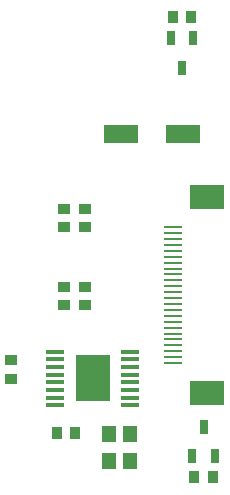
<source format=gtp>
%FSLAX25Y25*%
%MOIN*%
G70*
G01*
G75*
G04 Layer_Color=8421504*
%ADD10C,0.00800*%
%ADD11C,0.01000*%
%ADD12R,0.05906X0.01181*%
%ADD13R,0.11811X0.15748*%
%ADD14R,0.02756X0.04921*%
%ADD15R,0.04567X0.05787*%
%ADD16R,0.03858X0.03661*%
%ADD17R,0.03661X0.03858*%
%ADD18R,0.11811X0.05906*%
%ADD19R,0.11811X0.08268*%
%ADD20R,0.06299X0.00787*%
%ADD21C,0.01600*%
%ADD22C,0.06000*%
%ADD23C,0.04000*%
%ADD24C,0.02400*%
%ADD25C,0.01200*%
%ADD26R,0.13106X0.17374*%
%ADD27C,0.05906*%
%ADD28C,0.06000*%
%ADD29R,0.06000X0.06000*%
%ADD30C,0.07000*%
%ADD31C,0.01800*%
%ADD32C,0.00787*%
%ADD33C,0.00600*%
%ADD34C,0.00500*%
D12*
X238800Y157600D02*
D03*
Y160159D02*
D03*
Y162718D02*
D03*
Y165277D02*
D03*
Y167836D02*
D03*
Y170395D02*
D03*
Y172954D02*
D03*
Y175513D02*
D03*
X213603D02*
D03*
Y172954D02*
D03*
Y170395D02*
D03*
Y167836D02*
D03*
Y165277D02*
D03*
Y162718D02*
D03*
Y160159D02*
D03*
Y157600D02*
D03*
D13*
X226300Y166600D02*
D03*
D14*
X256000Y270079D02*
D03*
X252260Y279921D02*
D03*
X259740D02*
D03*
X263200Y150521D02*
D03*
X266940Y140679D02*
D03*
X259460D02*
D03*
D15*
X231696Y139200D02*
D03*
X238704D02*
D03*
X231696Y148200D02*
D03*
X238704D02*
D03*
D16*
X223600Y223031D02*
D03*
Y216968D02*
D03*
X216600Y223031D02*
D03*
Y216968D02*
D03*
X216700Y197031D02*
D03*
Y190969D02*
D03*
X223700Y190969D02*
D03*
Y197031D02*
D03*
X199100Y172632D02*
D03*
Y166569D02*
D03*
D17*
X260169Y133600D02*
D03*
X266231D02*
D03*
X259032Y287000D02*
D03*
X252969D02*
D03*
X220431Y148500D02*
D03*
X214369D02*
D03*
D18*
X235764Y248000D02*
D03*
X256236D02*
D03*
D19*
X264417Y161685D02*
D03*
Y227039D02*
D03*
D20*
X253000Y217000D02*
D03*
Y215032D02*
D03*
Y213063D02*
D03*
Y211094D02*
D03*
Y209126D02*
D03*
Y207157D02*
D03*
Y205189D02*
D03*
Y203221D02*
D03*
Y201252D02*
D03*
Y199284D02*
D03*
Y197315D02*
D03*
Y195346D02*
D03*
Y193378D02*
D03*
Y191409D02*
D03*
Y189441D02*
D03*
Y187472D02*
D03*
Y185504D02*
D03*
Y183535D02*
D03*
Y181567D02*
D03*
Y179598D02*
D03*
Y177630D02*
D03*
Y175661D02*
D03*
Y173693D02*
D03*
Y171724D02*
D03*
M02*

</source>
